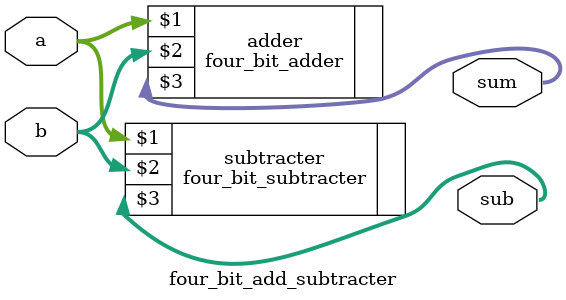
<source format=v>
`timescale 1ns / 1ps

module four_bit_add_subtracter(
    input [3:0] a,
    input [3:0] b,
    output [3:0] sum,
    output [3:0] sub
    );

	four_bit_adder adder(a, b, sum);
	four_bit_subtracter subtracter(a, b, sub);

endmodule

</source>
